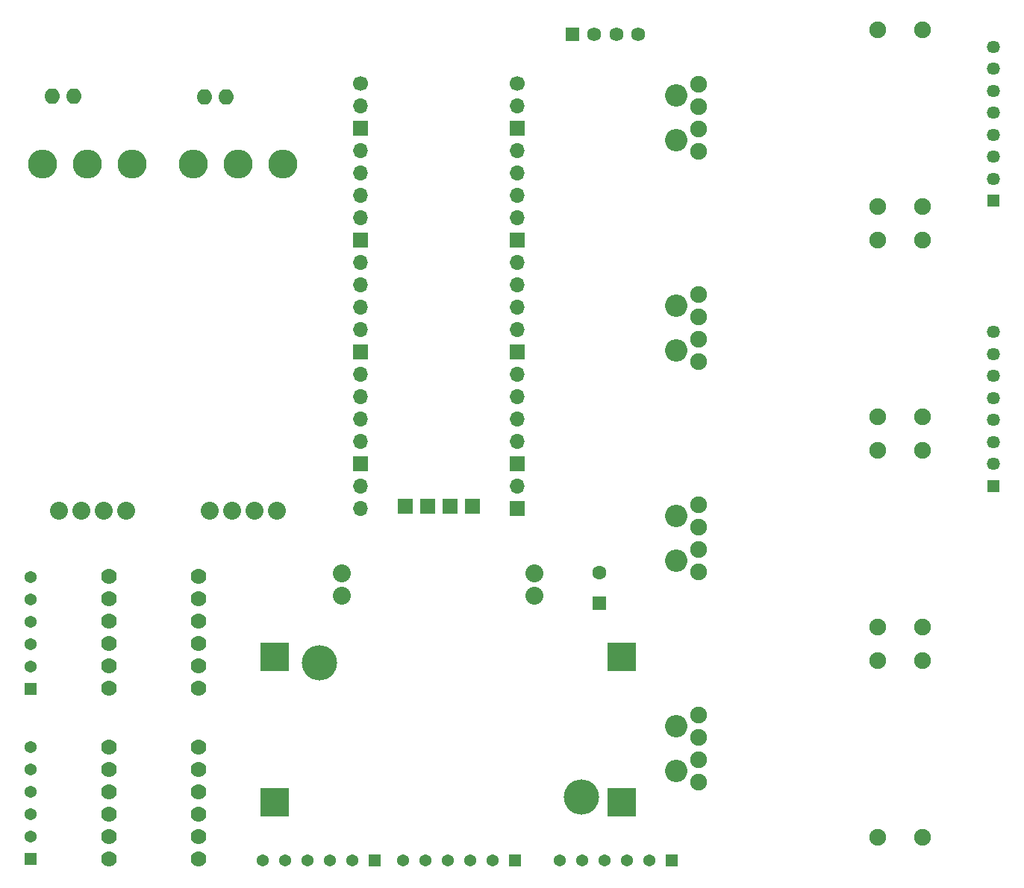
<source format=gbr>
%TF.GenerationSoftware,KiCad,Pcbnew,(6.0.6)*%
%TF.CreationDate,2022-09-13T11:19:58+07:00*%
%TF.ProjectId,Master,4d617374-6572-42e6-9b69-6361645f7063,rev?*%
%TF.SameCoordinates,Original*%
%TF.FileFunction,Soldermask,Bot*%
%TF.FilePolarity,Negative*%
%FSLAX46Y46*%
G04 Gerber Fmt 4.6, Leading zero omitted, Abs format (unit mm)*
G04 Created by KiCad (PCBNEW (6.0.6)) date 2022-09-13 11:19:58*
%MOMM*%
%LPD*%
G01*
G04 APERTURE LIST*
G04 Aperture macros list*
%AMOutline4P*
0 Free polygon, 4 corners , with rotation*
0 The origin of the aperture is its center*
0 number of corners: always 4*
0 $1 to $8 corner X, Y*
0 $9 Rotation angle, in degrees counterclockwise*
0 create outline with 4 corners*
4,1,4,$1,$2,$3,$4,$5,$6,$7,$8,$1,$2,$9*%
G04 Aperture macros list end*
%ADD10C,1.778000*%
%ADD11O,1.905000X1.905000*%
%ADD12O,2.540000X2.540000*%
%ADD13R,1.458000X1.458000*%
%ADD14C,1.458000*%
%ADD15R,1.370000X1.370000*%
%ADD16C,1.370000*%
%ADD17O,1.778000X1.778000*%
%ADD18O,3.302000X3.302000*%
%ADD19O,2.032000X2.032000*%
%ADD20O,4.000000X4.000000*%
%ADD21Outline4P,-1.587500X-1.587500X1.587500X-1.587500X1.587500X1.587500X-1.587500X1.587500X180.000000*%
%ADD22R,1.590000X1.590000*%
%ADD23C,1.590000*%
%ADD24R,1.600000X1.600000*%
%ADD25C,1.600000*%
%ADD26C,1.700000*%
%ADD27O,1.700000X1.700000*%
%ADD28R,1.700000X1.700000*%
G04 APERTURE END LIST*
D10*
%TO.C,U5*%
X99562700Y-129222500D03*
X109722700Y-129222500D03*
X99562700Y-131762500D03*
X99562700Y-136842500D03*
X99562700Y-134302500D03*
X99562700Y-126682500D03*
X99562700Y-124142500D03*
X109722700Y-131762500D03*
X109722700Y-136842500D03*
X109722700Y-134302500D03*
X109722700Y-126682500D03*
X109722700Y-124142500D03*
%TD*%
D11*
%TO.C,U8*%
X166497000Y-77851000D03*
X166497000Y-80391000D03*
D12*
X163957000Y-79121000D03*
D11*
X166497000Y-72771000D03*
X166497000Y-75311000D03*
D12*
X163957000Y-74041000D03*
D11*
X186817000Y-66548000D03*
X191897000Y-66548000D03*
X186817000Y-86614000D03*
X191897000Y-86614000D03*
%TD*%
D13*
%TO.C,J7*%
X199898000Y-62090000D03*
D14*
X199898000Y-59590000D03*
X199898000Y-57090000D03*
X199898000Y-54590000D03*
X199898000Y-52090000D03*
X199898000Y-49590000D03*
X199898000Y-47090000D03*
X199898000Y-44590000D03*
%TD*%
D15*
%TO.C,J5*%
X129760500Y-137033000D03*
D16*
X127220500Y-137033000D03*
X124680500Y-137033000D03*
X122140500Y-137033000D03*
X119600500Y-137033000D03*
X117060500Y-137033000D03*
%TD*%
D17*
%TO.C,J2*%
X93136400Y-50194400D03*
X95636400Y-50194400D03*
%TD*%
D16*
%TO.C,J3*%
X90678000Y-104868500D03*
X90678000Y-107408500D03*
X90678000Y-109948500D03*
X90678000Y-112488500D03*
X90678000Y-115028500D03*
D15*
X90678000Y-117568500D03*
%TD*%
D18*
%TO.C,U2*%
X92049600Y-57886600D03*
X97129600Y-57886600D03*
X102209600Y-57886600D03*
D19*
X93954600Y-97256600D03*
X96494600Y-97256600D03*
X99034600Y-97256600D03*
X101574600Y-97256600D03*
%TD*%
D15*
%TO.C,J10*%
X163415500Y-137033000D03*
D16*
X160875500Y-137033000D03*
X158335500Y-137033000D03*
X155795500Y-137033000D03*
X153255500Y-137033000D03*
X150715500Y-137033000D03*
%TD*%
D20*
%TO.C,U6*%
X123444000Y-114554000D03*
X153162000Y-129794000D03*
D21*
X118364000Y-113919000D03*
X118364000Y-130429000D03*
X157734000Y-113919000D03*
X157734000Y-130429000D03*
%TD*%
D10*
%TO.C,U4*%
X99562700Y-109791500D03*
X109722700Y-109791500D03*
X99562700Y-112331500D03*
X99562700Y-117411500D03*
X99562700Y-114871500D03*
X99562700Y-107251500D03*
X99562700Y-104711500D03*
X109722700Y-112331500D03*
X109722700Y-117411500D03*
X109722700Y-114871500D03*
X109722700Y-107251500D03*
X109722700Y-104711500D03*
%TD*%
D22*
%TO.C,J9*%
X152146000Y-43180000D03*
D23*
X154646000Y-43180000D03*
X157146000Y-43180000D03*
X159646000Y-43180000D03*
%TD*%
D18*
%TO.C,U3*%
X109118400Y-57886600D03*
X114198400Y-57886600D03*
X119278400Y-57886600D03*
D19*
X111023400Y-97256600D03*
X113563400Y-97256600D03*
X116103400Y-97256600D03*
X118643400Y-97256600D03*
%TD*%
D24*
%TO.C,C1*%
X155194000Y-107823000D03*
D25*
X155194000Y-104323000D03*
%TD*%
D11*
%TO.C,U11*%
X166497000Y-53975000D03*
X166497000Y-56515000D03*
D12*
X163957000Y-55245000D03*
D11*
X166497000Y-48895000D03*
X166497000Y-51435000D03*
D12*
X163957000Y-50165000D03*
D11*
X186817000Y-42672000D03*
X191897000Y-42672000D03*
X186817000Y-62738000D03*
X191897000Y-62738000D03*
%TD*%
%TO.C,U9*%
X166497000Y-101727000D03*
D12*
X163957000Y-102997000D03*
D11*
X166497000Y-104267000D03*
X166497000Y-96647000D03*
D12*
X163957000Y-97917000D03*
D11*
X166497000Y-99187000D03*
X186817000Y-90424000D03*
X191897000Y-90424000D03*
X186817000Y-110490000D03*
X191897000Y-110490000D03*
%TD*%
D15*
%TO.C,J6*%
X145669000Y-137033000D03*
D16*
X143129000Y-137033000D03*
X140589000Y-137033000D03*
X138049000Y-137033000D03*
X135509000Y-137033000D03*
X132969000Y-137033000D03*
%TD*%
D19*
%TO.C,U7*%
X147828000Y-104394000D03*
X147828000Y-106934000D03*
X125984000Y-104394000D03*
X125984000Y-106934000D03*
%TD*%
D26*
%TO.C,U1*%
X128116000Y-48756000D03*
D27*
X128116000Y-51296000D03*
D28*
X128116000Y-53836000D03*
D27*
X128116000Y-56376000D03*
X128116000Y-58916000D03*
X128116000Y-61456000D03*
X128116000Y-63996000D03*
D28*
X128116000Y-66536000D03*
D27*
X128116000Y-69076000D03*
X128116000Y-71616000D03*
X128116000Y-74156000D03*
X128116000Y-76696000D03*
D28*
X128116000Y-79236000D03*
D27*
X128116000Y-81776000D03*
X128116000Y-84316000D03*
X128116000Y-86856000D03*
X128116000Y-89396000D03*
D28*
X128116000Y-91936000D03*
D27*
X128116000Y-94476000D03*
X128116000Y-97016000D03*
D28*
X145923000Y-97016000D03*
D27*
X145923000Y-94476000D03*
D28*
X145923000Y-91948000D03*
D27*
X145923000Y-89396000D03*
X145923000Y-86856000D03*
X145923000Y-84316000D03*
X145923000Y-81776000D03*
D28*
X145923000Y-79236000D03*
D27*
X145923000Y-76696000D03*
X145923000Y-74168000D03*
X145923000Y-71616000D03*
X145923000Y-69076000D03*
D28*
X145923000Y-66536000D03*
D27*
X145923000Y-63996000D03*
X145923000Y-61456000D03*
X145923000Y-58916000D03*
X145923000Y-56376000D03*
D28*
X145923000Y-53836000D03*
D27*
X145923000Y-51296000D03*
D26*
X145923000Y-48756000D03*
D28*
X133223000Y-96774000D03*
X135763000Y-96774000D03*
X138303000Y-96774000D03*
X140843000Y-96774000D03*
%TD*%
D17*
%TO.C,J1*%
X110383000Y-50296000D03*
X112883000Y-50296000D03*
%TD*%
D13*
%TO.C,J8*%
X199898000Y-94475000D03*
D14*
X199898000Y-91975000D03*
X199898000Y-89475000D03*
X199898000Y-86975000D03*
X199898000Y-84475000D03*
X199898000Y-81975000D03*
X199898000Y-79475000D03*
X199898000Y-76975000D03*
%TD*%
D12*
%TO.C,U10*%
X163957000Y-126873000D03*
D11*
X166497000Y-125603000D03*
X166497000Y-128143000D03*
D12*
X163957000Y-121793000D03*
D11*
X166497000Y-120523000D03*
X166497000Y-123063000D03*
X186817000Y-114300000D03*
X191897000Y-114300000D03*
X186817000Y-134366000D03*
X191897000Y-134366000D03*
%TD*%
D15*
%TO.C,J4*%
X90678000Y-136872500D03*
D16*
X90678000Y-134332500D03*
X90678000Y-131792500D03*
X90678000Y-129252500D03*
X90678000Y-126712500D03*
X90678000Y-124172500D03*
%TD*%
M02*

</source>
